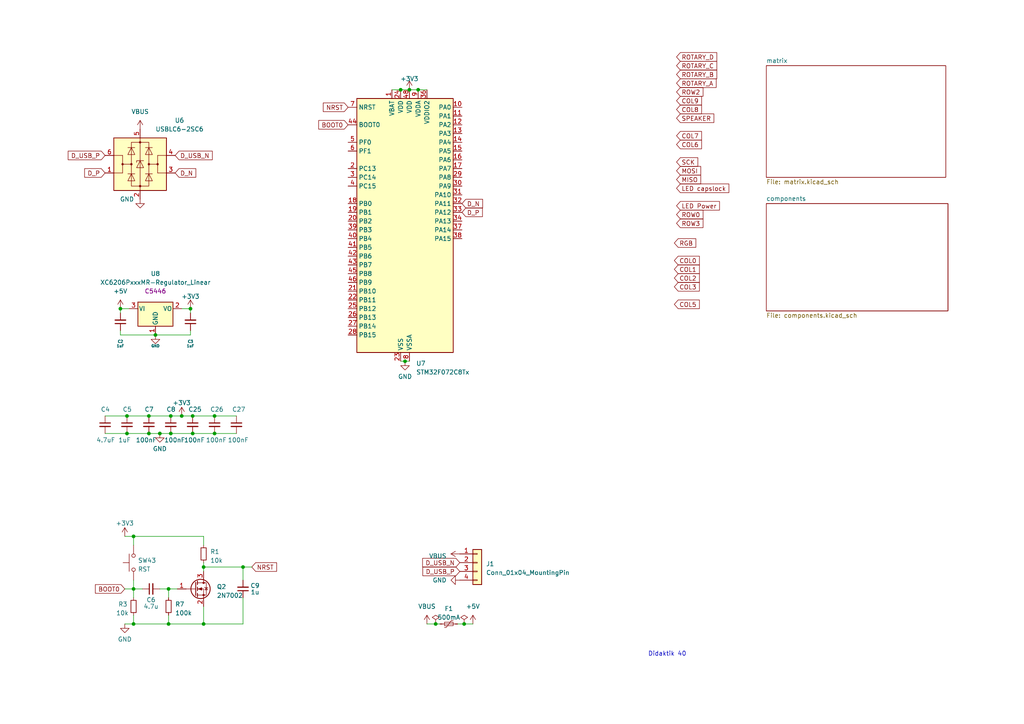
<source format=kicad_sch>
(kicad_sch (version 20230121) (generator eeschema)
  (paper "A4")
  (lib_symbols
    (symbol "Connector_Generic:Conn_01x04" (pin_names (offset 1.016) hide)
      (property "Reference" "J" (at 0 5.08 0))
      (property "Value" "Conn_01x04" (at 0 -7.62 0))
      (symbol "Conn_01x04_1_1"
        (rectangle (start -1.27 -4.953) (end 0 -5.207) (stroke (width 0.1524)))
        (rectangle (start -1.27 -2.413) (end 0 -2.667) (stroke (width 0.1524)))
        (rectangle (start -1.27 0.127) (end 0 -0.127) (stroke (width 0.1524)))
        (rectangle (start -1.27 2.667) (end 0 2.413) (stroke (width 0.1524)))
        (rectangle (start -1.27 3.81) (end 1.27 -6.35) (stroke (width 0.254)) (fill (type background)))
        (pin passive line (at -5.08 2.54 0) (length 3.81) (name "Pin_1") (number "1"))
        (pin passive line (at -5.08 0 0) (length 3.81) (name "Pin_2") (number "2"))
        (pin passive line (at -5.08 -2.54 0) (length 3.81) (name "Pin_3") (number "3"))
        (pin passive line (at -5.08 -5.08 0) (length 3.81) (name "Pin_4") (number "4"))
      )
    )
    (symbol "Device:C_Small" (pin_numbers hide) (pin_names (offset 0.254) hide)
      (property "Reference" "C" (at 0.254 1.778 0))
      (property "Value" "C_Small" (at 0.254 -2.032 0))
      (symbol "C_Small_0_1"
        (polyline (pts (xy -1.524 -0.508) (xy 1.524 -0.508)) (stroke (width 0.3302)))
        (polyline (pts (xy -1.524 0.508) (xy 1.524 0.508)) (stroke (width 0.3048)))
      )
      (symbol "C_Small_1_1"
        (pin passive line (at 0 2.54 270) (length 2.032) (name "~") (number "1"))
        (pin passive line (at 0 -2.54 90) (length 2.032) (name "~") (number "2"))
      )
    )
    (symbol "Device:Polyfuse_Small" (pin_numbers hide) (pin_names (offset 0))
      (property "Reference" "F" (at -1.905 0 90))
      (property "Value" "Polyfuse_Small" (at 1.905 0 90))
      (symbol "Polyfuse_Small_0_1"
        (rectangle (start -0.508 1.27) (end 0.508 -1.27))
        (polyline (pts (xy 0 2.54) (xy 0 -2.54)))
        (polyline (pts (xy -1.016 1.27) (xy -1.016 0.762) (xy 1.016 -0.762) (xy 1.016 -1.27)))
      )
      (symbol "Polyfuse_Small_1_1"
        (pin passive line (at 0 2.54 270) (length 0.635) (name "~") (number "1"))
        (pin passive line (at 0 -2.54 90) (length 0.635) (name "~") (number "2"))
      )
    )
    (symbol "Device:R_Small" (pin_numbers hide) (pin_names (offset 0.254) hide)
      (property "Reference" "R" (at 0.762 0.508 0))
      (property "Value" "R_Small" (at 0.762 -1.016 0))
      (symbol "R_Small_0_1"
        (rectangle (start -0.762 1.778) (end 0.762 -1.778) (stroke (width 0.2032)))
      )
      (symbol "R_Small_1_1"
        (pin passive line (at 0 2.54 270) (length 0.762) (name "~") (number "1"))
        (pin passive line (at 0 -2.54 90) (length 0.762) (name "~") (number "2"))
      )
    )
    (symbol "GND_1" (power) (pin_names (offset 0))
      (property "Value" "GND_1" (at 0 -3.81 0))
      (symbol "GND_1_0_1"
        (polyline (pts (xy 0 0) (xy 0 -1.27) (xy 1.27 -1.27) (xy 0 -2.54) (xy -1.27 -1.27) (xy 0 -1.27)))
      )
      (symbol "GND_1_1_1"
        (pin power_in line (at 0 0 270) (length 0) hide (name "GND") (number "1"))
      )
    )
    (symbol "GND_2" (power) (pin_names (offset 0))
      (property "Value" "GND_2" (at 0 -3.81 0))
      (symbol "GND_2_0_1"
        (polyline (pts (xy 0 0) (xy 0 -1.27) (xy 1.27 -1.27) (xy 0 -2.54) (xy -1.27 -1.27) (xy 0 -1.27)))
      )
      (symbol "GND_2_1_1"
        (pin power_in line (at 0 0 270) (length 0) hide (name "GND") (number "1"))
      )
    )
    (symbol "GND_3" (power) (pin_names (offset 0))
      (property "Value" "GND_3" (at 0 -3.81 0))
      (symbol "GND_3_0_1"
        (polyline (pts (xy 0 0) (xy 0 -1.27) (xy 1.27 -1.27) (xy 0 -2.54) (xy -1.27 -1.27) (xy 0 -1.27)))
      )
      (symbol "GND_3_1_1"
        (pin power_in line (at 0 0 270) (length 0) hide (name "GND") (number "1"))
      )
    )
    (symbol "MCU_ST_STM32F0:STM32F072C8Tx"
      (property "Reference" "U" (at -12.7 39.37 0))
      (property "Value" "STM32F072C8Tx" (at 10.16 39.37 0))
      (symbol "STM32F072C8Tx_0_1"
        (rectangle (start -12.7 -35.56) (end 15.24 38.1) (stroke (width 0.254)) (fill (type background)))
      )
      (symbol "STM32F072C8Tx_1_1"
        (pin power_in line (at -2.54 40.64 270) (length 2.54) (name "VBAT") (number "1"))
        (pin bidirectional line (at 17.78 35.56 180) (length 2.54) (name "PA0") (number "10"))
        (pin bidirectional line (at 17.78 33.02 180) (length 2.54) (name "PA1") (number "11"))
        (pin bidirectional line (at 17.78 30.48 180) (length 2.54) (name "PA2") (number "12"))
        (pin bidirectional line (at 17.78 27.94 180) (length 2.54) (name "PA3") (number "13"))
        (pin bidirectional line (at 17.78 25.4 180) (length 2.54) (name "PA4") (number "14"))
        (pin bidirectional line (at 17.78 22.86 180) (length 2.54) (name "PA5") (number "15"))
        (pin bidirectional line (at 17.78 20.32 180) (length 2.54) (name "PA6") (number "16"))
        (pin bidirectional line (at 17.78 17.78 180) (length 2.54) (name "PA7") (number "17"))
        (pin bidirectional line (at -15.24 7.62 0) (length 2.54) (name "PB0") (number "18"))
        (pin bidirectional line (at -15.24 5.08 0) (length 2.54) (name "PB1") (number "19"))
        (pin bidirectional line (at -15.24 17.78 0) (length 2.54) (name "PC13") (number "2"))
        (pin bidirectional line (at -15.24 2.54 0) (length 2.54) (name "PB2") (number "20"))
        (pin bidirectional line (at -15.24 -17.78 0) (length 2.54) (name "PB10") (number "21"))
        (pin bidirectional line (at -15.24 -20.32 0) (length 2.54) (name "PB11") (number "22"))
        (pin power_in line (at 0 -38.1 90) (length 2.54) (name "VSS") (number "23"))
        (pin power_in line (at 0 40.64 270) (length 2.54) (name "VDD") (number "24"))
        (pin bidirectional line (at -15.24 -22.86 0) (length 2.54) (name "PB12") (number "25"))
        (pin bidirectional line (at -15.24 -25.4 0) (length 2.54) (name "PB13") (number "26"))
        (pin bidirectional line (at -15.24 -27.94 0) (length 2.54) (name "PB14") (number "27"))
        (pin bidirectional line (at -15.24 -30.48 0) (length 2.54) (name "PB15") (number "28"))
        (pin bidirectional line (at 17.78 15.24 180) (length 2.54) (name "PA8") (number "29"))
        (pin bidirectional line (at -15.24 15.24 0) (length 2.54) (name "PC14") (number "3"))
        (pin bidirectional line (at 17.78 12.7 180) (length 2.54) (name "PA9") (number "30"))
        (pin bidirectional line (at 17.78 10.16 180) (length 2.54) (name "PA10") (number "31"))
        (pin bidirectional line (at 17.78 7.62 180) (length 2.54) (name "PA11") (number "32"))
        (pin bidirectional line (at 17.78 5.08 180) (length 2.54) (name "PA12") (number "33"))
        (pin bidirectional line (at 17.78 2.54 180) (length 2.54) (name "PA13") (number "34"))
        (pin passive line (at 0 -38.1 90) (length 2.54) hide (name "VSS") (number "35"))
        (pin power_in line (at 7.62 40.64 270) (length 2.54) (name "VDDIO2") (number "36"))
        (pin bidirectional line (at 17.78 0 180) (length 2.54) (name "PA14") (number "37"))
        (pin bidirectional line (at 17.78 -2.54 180) (length 2.54) (name "PA15") (number "38"))
        (pin bidirectional line (at -15.24 0 0) (length 2.54) (name "PB3") (number "39"))
        (pin bidirectional line (at -15.24 12.7 0) (length 2.54) (name "PC15") (number "4"))
        (pin bidirectional line (at -15.24 -2.54 0) (length 2.54) (name "PB4") (number "40"))
        (pin bidirectional line (at -15.24 -5.08 0) (length 2.54) (name "PB5") (number "41"))
        (pin bidirectional line (at -15.24 -7.62 0) (length 2.54) (name "PB6") (number "42"))
        (pin bidirectional line (at -15.24 -10.16 0) (length 2.54) (name "PB7") (number "43"))
        (pin input line (at -15.24 30.48 0) (length 2.54) (name "BOOT0") (number "44"))
        (pin bidirectional line (at -15.24 -12.7 0) (length 2.54) (name "PB8") (number "45"))
        (pin bidirectional line (at -15.24 -15.24 0) (length 2.54) (name "PB9") (number "46"))
        (pin passive line (at 0 -38.1 90) (length 2.54) hide (name "VSS") (number "47"))
        (pin power_in line (at 2.54 40.64 270) (length 2.54) (name "VDD") (number "48"))
        (pin bidirectional line (at -15.24 25.4 0) (length 2.54) (name "PF0") (number "5"))
        (pin bidirectional line (at -15.24 22.86 0) (length 2.54) (name "PF1") (number "6"))
        (pin input line (at -15.24 35.56 0) (length 2.54) (name "NRST") (number "7"))
        (pin power_in line (at 2.54 -38.1 90) (length 2.54) (name "VSSA") (number "8"))
        (pin power_in line (at 5.08 40.64 270) (length 2.54) (name "VDDA") (number "9"))
      )
    )
    (symbol "Power_Protection:USBLC6-2SC6" (pin_names hide)
      (property "Reference" "U" (at 2.54 8.89 0))
      (property "Value" "USBLC6-2SC6" (at 2.54 -8.89 0))
      (symbol "USBLC6-2SC6_0_1"
        (rectangle (start -7.62 -7.62) (end 7.62 7.62) (stroke (width 0.254)) (fill (type background)))
        (circle (center -5.08 0) (radius 0.254) (fill (type outline)))
        (circle (center -2.54 0) (radius 0.254) (fill (type outline)))
        (rectangle (start -2.54 6.35) (end 2.54 -6.35))
        (circle (center 0 -6.35) (radius 0.254) (fill (type outline)))
        (polyline (pts (xy -5.08 -2.54) (xy -7.62 -2.54)))
        (polyline (pts (xy -5.08 0) (xy -5.08 -2.54)))
        (polyline (pts (xy -5.08 2.54) (xy -7.62 2.54)))
        (polyline (pts (xy -1.524 -2.794) (xy -3.556 -2.794)))
        (polyline (pts (xy -1.524 4.826) (xy -3.556 4.826)))
        (polyline (pts (xy 0 -7.62) (xy 0 -6.35)))
        (polyline (pts (xy 0 -6.35) (xy 0 1.27)))
        (polyline (pts (xy 0 1.27) (xy 0 6.35)))
        (polyline (pts (xy 0 6.35) (xy 0 7.62)))
        (polyline (pts (xy 1.524 -2.794) (xy 3.556 -2.794)))
        (polyline (pts (xy 1.524 4.826) (xy 3.556 4.826)))
        (polyline (pts (xy 5.08 -2.54) (xy 7.62 -2.54)))
        (polyline (pts (xy 5.08 0) (xy 5.08 -2.54)))
        (polyline (pts (xy 5.08 2.54) (xy 7.62 2.54)))
        (polyline (pts (xy -2.54 0) (xy -5.08 0) (xy -5.08 2.54)))
        (polyline (pts (xy 2.54 0) (xy 5.08 0) (xy 5.08 2.54)))
        (polyline (pts (xy -3.556 -4.826) (xy -1.524 -4.826) (xy -2.54 -2.794) (xy -3.556 -4.826)))
        (polyline (pts (xy -3.556 2.794) (xy -1.524 2.794) (xy -2.54 4.826) (xy -3.556 2.794)))
        (polyline (pts (xy -1.016 -1.016) (xy 1.016 -1.016) (xy 0 1.016) (xy -1.016 -1.016)))
        (polyline (pts (xy 1.016 1.016) (xy 0.762 1.016) (xy -1.016 1.016) (xy -1.016 0.508)))
        (polyline (pts (xy 3.556 -4.826) (xy 1.524 -4.826) (xy 2.54 -2.794) (xy 3.556 -4.826)))
        (polyline (pts (xy 3.556 2.794) (xy 1.524 2.794) (xy 2.54 4.826) (xy 3.556 2.794)))
        (circle (center 0 6.35) (radius 0.254) (fill (type outline)))
        (circle (center 2.54 0) (radius 0.254) (fill (type outline)))
        (circle (center 5.08 0) (radius 0.254) (fill (type outline)))
      )
      (symbol "USBLC6-2SC6_1_1"
        (pin passive line (at -10.16 -2.54 0) (length 2.54) (name "I/O1") (number "1"))
        (pin passive line (at 0 -10.16 90) (length 2.54) (name "GND") (number "2"))
        (pin passive line (at 10.16 -2.54 180) (length 2.54) (name "I/O2") (number "3"))
        (pin passive line (at 10.16 2.54 180) (length 2.54) (name "I/O2") (number "4"))
        (pin passive line (at 0 10.16 270) (length 2.54) (name "VBUS") (number "5"))
        (pin passive line (at -10.16 2.54 0) (length 2.54) (name "I/O1") (number "6"))
      )
    )
    (symbol "Switch:SW_Push" (pin_numbers hide) (pin_names (offset 1.016) hide)
      (property "Reference" "SW" (at 1.27 2.54 0))
      (property "Value" "SW_Push" (at 0 -1.524 0))
      (symbol "SW_Push_0_1"
        (circle (center -2.032 0) (radius 0.508))
        (polyline (pts (xy 0 1.27) (xy 0 3.048)))
        (polyline (pts (xy 2.54 1.27) (xy -2.54 1.27)))
        (circle (center 2.032 0) (radius 0.508))
        (pin passive line (at -5.08 0 0) (length 2.54) (name "1") (number "1"))
        (pin passive line (at 5.08 0 180) (length 2.54) (name "2") (number "2"))
      )
    )
    (symbol "Transistor_FET:2N7002" (pin_names hide)
      (property "Reference" "Q" (at 5.08 1.905 0))
      (property "Value" "2N7002" (at 5.08 0 0))
      (symbol "2N7002_0_1"
        (polyline (pts (xy 0.254 0) (xy -2.54 0)))
        (polyline (pts (xy 0.254 1.905) (xy 0.254 -1.905)) (stroke (width 0.254)))
        (polyline (pts (xy 0.762 -1.27) (xy 0.762 -2.286)) (stroke (width 0.254)))
        (polyline (pts (xy 0.762 0.508) (xy 0.762 -0.508)) (stroke (width 0.254)))
        (polyline (pts (xy 0.762 2.286) (xy 0.762 1.27)) (stroke (width 0.254)))
        (polyline (pts (xy 2.54 2.54) (xy 2.54 1.778)))
        (polyline (pts (xy 2.54 -2.54) (xy 2.54 0) (xy 0.762 0)))
        (polyline (pts (xy 0.762 -1.778) (xy 3.302 -1.778) (xy 3.302 1.778) (xy 0.762 1.778)))
        (polyline (pts (xy 1.016 0) (xy 2.032 0.381) (xy 2.032 -0.381) (xy 1.016 0)) (fill (type outline)))
        (polyline (pts (xy 2.794 0.508) (xy 2.921 0.381) (xy 3.683 0.381) (xy 3.81 0.254)))
        (polyline (pts (xy 3.302 0.381) (xy 2.921 -0.254) (xy 3.683 -0.254) (xy 3.302 0.381)))
        (circle (center 1.651 0) (radius 2.794) (stroke (width 0.254)))
        (circle (center 2.54 -1.778) (radius 0.254) (fill (type outline)))
        (circle (center 2.54 1.778) (radius 0.254) (fill (type outline)))
      )
      (symbol "2N7002_1_1"
        (pin input line (at -5.08 0 0) (length 2.54) (name "G") (number "1"))
        (pin passive line (at 2.54 -5.08 90) (length 2.54) (name "S") (number "2"))
        (pin passive line (at 2.54 5.08 270) (length 2.54) (name "D") (number "3"))
      )
    )
    (symbol "kicad-keyboard-parts:XC6206PxxxMR-Regulator_Linear" (pin_names (offset 0.254))
      (property "Reference" "U" (at -3.81 3.175 0))
      (property "Value" "XC6206PxxxMR-Regulator_Linear" (at 0 3.175 0))
      (property "LCSC" "C5446" (at 0 0 0))
      (symbol "XC6206PxxxMR-Regulator_Linear_0_1"
        (rectangle (start -5.08 1.905) (end 5.08 -5.08) (stroke (width 0.254)) (fill (type background)))
      )
      (symbol "XC6206PxxxMR-Regulator_Linear_1_1"
        (pin power_in line (at 0 -7.62 90) (length 2.54) (name "GND") (number "1"))
        (pin power_out line (at 7.62 0 180) (length 2.54) (name "VO") (number "2"))
        (pin power_in line (at -7.62 0 0) (length 2.54) (name "VI") (number "3"))
      )
    )
    (symbol "power:+3.3V" (power) (pin_names (offset 0))
      (property "Value" "+3.3V" (at 0 3.556 0))
      (symbol "+3.3V_0_1"
        (polyline (pts (xy -0.762 1.27) (xy 0 2.54)))
        (polyline (pts (xy 0 0) (xy 0 2.54)))
        (polyline (pts (xy 0 2.54) (xy 0.762 1.27)))
      )
      (symbol "+3.3V_1_1"
        (pin power_in line (at 0 0 90) (length 0) hide (name "+3V3") (number "1"))
      )
    )
    (symbol "power:+3V3" (power) (pin_names (offset 0))
      (property "Value" "+3V3" (at 0 3.556 0))
      (symbol "+3V3_0_1"
        (polyline (pts (xy -0.762 1.27) (xy 0 2.54)))
        (polyline (pts (xy 0 0) (xy 0 2.54)))
        (polyline (pts (xy 0 2.54) (xy 0.762 1.27)))
      )
      (symbol "+3V3_1_1"
        (pin power_in line (at 0 0 90) (length 0) hide (name "+3V3") (number "1"))
      )
    )
    (symbol "power:+5V" (power) (pin_names (offset 0))
      (property "Value" "+5V" (at 0 3.556 0))
      (symbol "+5V_0_1"
        (polyline (pts (xy -0.762 1.27) (xy 0 2.54)))
        (polyline (pts (xy 0 0) (xy 0 2.54)))
        (polyline (pts (xy 0 2.54) (xy 0.762 1.27)))
      )
      (symbol "+5V_1_1"
        (pin power_in line (at 0 0 90) (length 0) hide (name "+5V") (number "1"))
      )
    )
    (symbol "power:GND" (power) (pin_names (offset 0))
      (property "Value" "GND" (at 0 -3.81 0))
      (symbol "GND_0_1"
        (polyline (pts (xy 0 0) (xy 0 -1.27) (xy 1.27 -1.27) (xy 0 -2.54) (xy -1.27 -1.27) (xy 0 -1.27)))
      )
      (symbol "GND_1_1"
        (pin power_in line (at 0 0 270) (length 0) hide (name "GND") (number "1"))
      )
    )
    (symbol "power:PWR_FLAG" (power) (pin_numbers hide) (pin_names (offset 0) hide)
      (property "Value" "PWR_FLAG" (at 0 3.81 0))
      (symbol "PWR_FLAG_0_0"
        (pin power_out line (at 0 0 90) (length 0) (name "pwr") (number "1"))
      )
      (symbol "PWR_FLAG_0_1"
        (polyline (pts (xy 0 0) (xy 0 1.27) (xy -1.016 1.905) (xy 0 2.54) (xy 1.016 1.905) (xy 0 1.27)))
      )
    )
    (symbol "power:VBUS" (power) (pin_names (offset 0))
      (property "Value" "VBUS" (at 0 3.81 0))
      (symbol "VBUS_0_1"
        (polyline (pts (xy -0.762 1.27) (xy 0 2.54)))
        (polyline (pts (xy 0 0) (xy 0 2.54)))
        (polyline (pts (xy 0 2.54) (xy 0.762 1.27)))
      )
      (symbol "VBUS_1_1"
        (pin power_in line (at 0 0 90) (length 0) hide (name "VBUS") (number "1"))
      )
    )
  )
  (junction (at 134.62 180.975))
  (junction (at 49.53 120.65))
  (junction (at 48.895 170.815))
  (junction (at 36.83 125.73))
  (junction (at 48.895 180.975))
  (junction (at 59.055 164.465))
  (junction (at 116.205 26.035))
  (junction (at 126.365 180.975))
  (junction (at 49.53 125.73))
  (junction (at 59.055 180.975))
  (junction (at 52.705 120.65))
  (junction (at 34.925 89.535) (diameter 0.9144))
  (junction (at 117.475 104.775))
  (junction (at 118.745 26.035))
  (junction (at 62.23 120.65))
  (junction (at 38.735 180.975))
  (junction (at 38.735 170.815))
  (junction (at 46.355 125.73))
  (junction (at 121.285 26.035))
  (junction (at 43.18 125.73))
  (junction (at 45.085 97.155) (diameter 0.9144))
  (junction (at 62.23 125.73))
  (junction (at 43.18 120.65))
  (junction (at 70.485 164.465))
  (junction (at 55.245 89.535) (diameter 0.9144))
  (junction (at 55.88 125.73))
  (junction (at 38.735 155.575))
  (junction (at 55.88 120.65))
  (junction (at 36.83 120.65))
  (wire (pts (xy 62.23 125.73) (xy 68.58 125.73)))
  (wire (pts (xy 43.18 120.65) (xy 49.53 120.65)))
  (wire (pts (xy 38.735 178.435) (xy 38.735 180.975)))
  (wire (pts (xy 43.18 125.73) (xy 46.355 125.73)))
  (wire (pts (xy 38.735 180.975) (xy 48.895 180.975)))
  (wire (pts (xy 52.705 89.535) (xy 55.245 89.535)))
  (wire (pts (xy 117.475 104.775) (xy 118.745 104.775)))
  (wire (pts (xy 70.485 164.465) (xy 73.025 164.465)))
  (wire (pts (xy 59.055 155.575) (xy 59.055 158.115)))
  (wire (pts (xy 70.485 173.355) (xy 70.485 180.975)))
  (wire (pts (xy 36.83 125.73) (xy 43.18 125.73)))
  (wire (pts (xy 116.205 104.775) (xy 117.475 104.775)))
  (wire (pts (xy 36.195 170.815) (xy 38.735 170.815)))
  (wire (pts (xy 36.195 155.575) (xy 38.735 155.575)))
  (wire (pts (xy 52.705 120.65) (xy 55.88 120.65)))
  (wire (pts (xy 134.62 180.975) (xy 137.16 180.975)))
  (wire (pts (xy 48.895 170.815) (xy 48.895 173.355)))
  (wire (pts (xy 38.735 168.275) (xy 38.735 170.815)))
  (wire (pts (xy 70.485 164.465) (xy 70.485 168.275)))
  (wire (pts (xy 113.665 26.035) (xy 116.205 26.035)))
  (wire (pts (xy 62.23 120.65) (xy 68.58 120.65)))
  (wire (pts (xy 118.745 26.035) (xy 121.285 26.035)))
  (wire (pts (xy 34.925 89.535) (xy 34.925 90.805)))
  (wire (pts (xy 59.055 180.975) (xy 70.485 180.975)))
  (wire (pts (xy 59.055 164.465) (xy 70.485 164.465)))
  (wire (pts (xy 123.825 180.975) (xy 126.365 180.975)))
  (wire (pts (xy 126.365 180.975) (xy 127.635 180.975)))
  (wire (pts (xy 38.735 170.815) (xy 38.735 173.355)))
  (wire (pts (xy 121.285 26.035) (xy 123.825 26.035)))
  (wire (pts (xy 55.245 89.535) (xy 55.245 90.805)))
  (wire (pts (xy 38.735 155.575) (xy 59.055 155.575)))
  (wire (pts (xy 59.055 163.195) (xy 59.055 164.465)))
  (wire (pts (xy 38.735 155.575) (xy 38.735 158.115)))
  (wire (pts (xy 46.355 125.73) (xy 49.53 125.73)))
  (wire (pts (xy 49.53 125.73) (xy 55.88 125.73)))
  (wire (pts (xy 36.83 120.65) (xy 43.18 120.65)))
  (wire (pts (xy 45.085 97.155) (xy 34.925 97.155)))
  (wire (pts (xy 132.715 180.975) (xy 134.62 180.975)))
  (wire (pts (xy 55.88 125.73) (xy 62.23 125.73)))
  (wire (pts (xy 55.88 120.65) (xy 62.23 120.65)))
  (wire (pts (xy 38.735 170.815) (xy 41.275 170.815)))
  (wire (pts (xy 30.48 125.73) (xy 36.83 125.73)))
  (wire (pts (xy 55.245 95.885) (xy 55.245 97.155)))
  (wire (pts (xy 59.055 164.465) (xy 59.055 165.735)))
  (wire (pts (xy 45.085 97.155) (xy 55.245 97.155)))
  (wire (pts (xy 49.53 120.65) (xy 52.705 120.65)))
  (wire (pts (xy 36.195 180.975) (xy 38.735 180.975)))
  (wire (pts (xy 34.925 89.535) (xy 37.465 89.535)))
  (wire (pts (xy 48.895 180.975) (xy 59.055 180.975)))
  (wire (pts (xy 46.355 170.815) (xy 48.895 170.815)))
  (wire (pts (xy 30.48 120.65) (xy 36.83 120.65)))
  (wire (pts (xy 34.925 95.885) (xy 34.925 97.155)))
  (wire (pts (xy 116.205 26.035) (xy 118.745 26.035)))
  (wire (pts (xy 59.055 175.895) (xy 59.055 180.975)))
  (wire (pts (xy 48.895 178.435) (xy 48.895 180.975)))
  (wire (pts (xy 48.895 170.815) (xy 51.435 170.815)))
  (text "Didaktik 40" (at 187.96 190.5 0) (effects (font (size 1.27 1.27)) (justify left bottom)))
  (global_label "BOOT0" (shape input) (at 100.965 36.195 180) (property "Intersheetrefs" "${INTERSHEET_REFS}" (effects hide)))
  (global_label "COL8" (shape input) (at 196.215 31.75 0) (property "Intersheetrefs" "${INTERSHEET_REFS}" (effects hide)))
  (global_label "D_USB_N" (shape input) (at 133.35 163.195 180) (property "Intersheetrefs" "${INTERSHEET_REFS}" (effects hide)))
  (global_label "SPEAKER" (shape input) (at 196.215 34.29 0) (property "Intersheetrefs" "${INTERSHEET_REFS}" (effects hide)))
  (global_label "LED capslock" (shape input) (at 196.215 54.61 0) (property "Intersheetrefs" "${INTERSHEET_REFS}" (effects hide)))
  (global_label "NRST" (shape input) (at 73.025 164.465 0) (property "Intersheetrefs" "${INTERSHEET_REFS}" (effects hide)))
  (global_label "ROW0" (shape input) (at 196.215 62.23 0) (property "Intersheetrefs" "${INTERSHEET_REFS}" (effects hide)))
  (global_label "D_USB_N" (shape input) (at 50.8 45.085 0) (property "Intersheetrefs" "${INTERSHEET_REFS}" (effects hide)))
  (global_label "COL1" (shape input) (at 195.58 78.105 0) (property "Intersheetrefs" "${INTERSHEET_REFS}" (effects hide)))
  (global_label "D_P" (shape input) (at 30.48 50.165 180) (property "Intersheetrefs" "${INTERSHEET_REFS}" (effects hide)))
  (global_label "COL3" (shape input) (at 195.58 83.185 0) (property "Intersheetrefs" "${INTERSHEET_REFS}" (effects hide)))
  (global_label "BOOT0" (shape input) (at 36.195 170.815 180) (property "Intersheetrefs" "${INTERSHEET_REFS}" (effects hide)))
  (global_label "COL6" (shape input) (at 196.215 41.91 0) (property "Intersheetrefs" "${INTERSHEET_REFS}" (effects hide)))
  (global_label "NRST" (shape input) (at 100.965 31.115 180) (property "Intersheetrefs" "${INTERSHEET_REFS}" (effects hide)))
  (global_label "ROTARY_A" (shape input) (at 196.215 24.13 0) (property "Intersheetrefs" "${INTERSHEET_REFS}" (effects hide)))
  (global_label "ROTARY_B" (shape input) (at 196.215 21.59 0) (property "Intersheetrefs" "${INTERSHEET_REFS}" (effects hide)))
  (global_label "LED Power" (shape input) (at 196.215 59.69 0) (property "Intersheetrefs" "${INTERSHEET_REFS}" (effects hide)))
  (global_label "COL5" (shape input) (at 195.58 88.265 0) (property "Intersheetrefs" "${INTERSHEET_REFS}" (effects hide)))
  (global_label "COL0" (shape input) (at 195.58 75.565 0) (property "Intersheetrefs" "${INTERSHEET_REFS}" (effects hide)))
  (global_label "RGB" (shape input) (at 195.58 70.485 0) (property "Intersheetrefs" "${INTERSHEET_REFS}" (effects hide)))
  (global_label "D_USB_P" (shape input) (at 30.48 45.085 180) (property "Intersheetrefs" "${INTERSHEET_REFS}" (effects hide)))
  (global_label "MOSI" (shape input) (at 196.215 49.53 0) (property "Intersheetrefs" "${INTERSHEET_REFS}" (effects hide)))
  (global_label "COL9" (shape input) (at 196.215 29.21 0) (property "Intersheetrefs" "${INTERSHEET_REFS}" (effects hide)))
  (global_label "MISO" (shape input) (at 196.215 52.07 0) (property "Intersheetrefs" "${INTERSHEET_REFS}" (effects hide)))
  (global_label "D_P" (shape input) (at 133.985 61.595 0) (property "Intersheetrefs" "${INTERSHEET_REFS}" (effects hide)))
  (global_label "ROW2" (shape input) (at 196.215 26.67 0) (property "Intersheetrefs" "${INTERSHEET_REFS}" (effects hide)))
  (global_label "D_N" (shape input) (at 50.8 50.165 0) (property "Intersheetrefs" "${INTERSHEET_REFS}" (effects hide)))
  (global_label "ROTARY_C" (shape input) (at 196.215 19.05 0) (property "Intersheetrefs" "${INTERSHEET_REFS}" (effects hide)))
  (global_label "SCK" (shape input) (at 196.215 46.99 0) (property "Intersheetrefs" "${INTERSHEET_REFS}" (effects hide)))
  (global_label "D_USB_P" (shape input) (at 133.35 165.735 180) (property "Intersheetrefs" "${INTERSHEET_REFS}" (effects hide)))
  (global_label "COL7" (shape input) (at 196.215 39.37 0) (property "Intersheetrefs" "${INTERSHEET_REFS}" (effects hide)))
  (global_label "D_N" (shape input) (at 133.985 59.055 0) (property "Intersheetrefs" "${INTERSHEET_REFS}" (effects hide)))
  (global_label "ROTARY_D" (shape input) (at 196.215 16.51 0) (property "Intersheetrefs" "${INTERSHEET_REFS}" (effects hide)))
  (global_label "COL2" (shape input) (at 195.58 80.645 0) (property "Intersheetrefs" "${INTERSHEET_REFS}" (effects hide)))
  (global_label "ROW3" (shape input) (at 196.215 64.77 0) (property "Intersheetrefs" "${INTERSHEET_REFS}" (effects hide)))
  (symbol (lib_name "GND_1") (lib_id "power:GND") (at 46.355 125.73 0) (unit 1)
    (property "Reference" "#PWR047" (effects hide))
    (property "Value" "GND" (at 46.355 130.175 0))
  )
  (symbol (lib_id "Power_Protection:USBLC6-2SC6") (at 40.64 47.625 0) (unit 1)
    (property "Reference" "U6" (at 52.07 34.925 0))
    (property "Value" "USBLC6-2SC6" (at 52.07 37.465 0))
    (property "Footprint" "Package_TO_SOT_SMD:SOT-23-6" (effects hide))
    (property "Datasheet" "https://www.st.com/resource/en/datasheet/usblc6-2.pdf" (effects hide))
    (property "LCSC" "C2827654" (effects hide))
  )
  (symbol (lib_id "power:+5V") (at 137.16 180.975 0) (unit 1)
    (property "Reference" "#PWR035" (effects hide))
    (property "Value" "+5V" (at 137.16 175.895 0))
  )
  (symbol (lib_id "power:GND") (at 133.35 168.275 270) (unit 1)
    (property "Reference" "#PWR0118" (effects hide))
    (property "Value" "GND" (at 129.54 168.2749 90) (effects (justify right)))
  )
  (symbol (lib_id "Device:R_Small") (at 59.055 160.655 0) (unit 1)
    (property "Reference" "R1" (at 60.96 160.02 0) (effects (justify left)))
    (property "Value" "10k" (at 60.96 162.56 0) (effects (justify left)))
    (property "Footprint" "Resistor_SMD:R_0603_1608Metric" (effects hide))
  )
  (symbol (lib_name "GND_3") (lib_id "power:GND") (at 36.195 180.975 0) (unit 1)
    (property "Reference" "#PWR02" (effects hide))
    (property "Value" "GND" (at 36.195 185.42 0))
  )
  (symbol (lib_id "Device:C_Small") (at 36.83 123.19 0) (unit 1)
    (property "Reference" "C5" (at 35.56 118.745 0) (effects (justify left)))
    (property "Value" "1uF" (at 34.29 127.635 0) (effects (justify left)))
    (property "Footprint" "Capacitor_SMD:C_0603_1608Metric" (effects hide))
  )
  (symbol (lib_id "power:GND") (at 40.64 57.785 0) (unit 1)
    (property "Reference" "#PWR042" (effects hide))
    (property "Value" "GND" (at 36.83 57.785 0))
  )
  (symbol (lib_id "Device:R_Small") (at 48.895 175.895 0) (unit 1)
    (property "Reference" "R7" (at 50.8 175.26 0) (effects (justify left)))
    (property "Value" "100k" (at 50.8 177.8 0) (effects (justify left)))
    (property "Footprint" "Resistor_SMD:R_0603_1608Metric" (effects hide))
  )
  (symbol (lib_id "Device:C_Small") (at 43.815 170.815 90) (unit 1)
    (property "Reference" "C6" (at 43.815 173.99 90))
    (property "Value" "4.7u" (at 43.815 175.895 90))
    (property "Footprint" "Capacitor_SMD:C_0603_1608Metric" (effects hide))
  )
  (symbol (lib_id "Device:R_Small") (at 38.735 175.895 0) (unit 1)
    (property "Reference" "R3" (at 34.29 175.26 0) (effects (justify left)))
    (property "Value" "10k" (at 33.655 177.8 0) (effects (justify left)))
    (property "Footprint" "Resistor_SMD:R_0603_1608Metric" (effects hide))
  )
  (symbol (lib_name "GND_2") (lib_id "power:GND") (at 117.475 104.775 0) (unit 1)
    (property "Reference" "#PWR048" (effects hide))
    (property "Value" "GND" (at 117.475 109.22 0))
  )
  (symbol (lib_id "Switch:SW_Push") (at 38.735 163.195 90) (unit 1)
    (property "Reference" "SW43" (at 40.005 162.56 90) (effects (justify right)))
    (property "Value" "RST" (at 40.005 165.1 90) (effects (justify right)))
    (property "Footprint" "Button_Switch_SMD:SW_SPST_SKQG_WithoutStem" (effects hide))
  )
  (symbol (lib_id "Device:C_Small") (at 55.88 123.19 0) (unit 1)
    (property "Reference" "C25" (at 54.61 118.745 0) (effects (justify left)))
    (property "Value" "100nF" (at 53.34 127.635 0) (effects (justify left)))
    (property "Footprint" "Capacitor_SMD:C_0603_1608Metric" (effects hide))
  )
  (symbol (lib_id "Device:C_Small") (at 34.925 93.345 180) (unit 1)
    (property "Reference" "C2" (at 34.925 99.06 0) (effects (font (size 0.762 0.762))))
    (property "Value" "1uF" (at 34.925 100.33 0) (effects (font (size 0.762 0.762))))
    (property "Footprint" "Capacitor_SMD:C_0603_1608Metric" (effects hide))
    (property "LCSC" "C52923" (effects hide))
  )
  (symbol (lib_id "power:PWR_FLAG") (at 134.62 180.975 0) (unit 1)
    (property "Reference" "#FLG02" (effects hide))
    (property "Value" "PWR_FLAG" (effects hide))
  )
  (symbol (lib_id "Device:C_Small") (at 30.48 123.19 0) (unit 1)
    (property "Reference" "C4" (at 29.21 118.745 0) (effects (justify left)))
    (property "Value" "4.7uF" (at 27.94 127.635 0) (effects (justify left)))
    (property "Footprint" "Capacitor_SMD:C_0603_1608Metric" (effects hide))
  )
  (symbol (lib_id "MCU_ST_STM32F0:STM32F072C8Tx") (at 116.205 66.675 0) (unit 1)
    (property "Reference" "U7" (at 120.7009 105.41 0) (effects (justify left)))
    (property "Value" "STM32F072C8Tx" (at 120.7009 107.95 0) (effects (justify left)))
    (property "Footprint" "Package_QFP:LQFP-48_7x7mm_P0.5mm" (effects hide))
    (property "Datasheet" "https://www.st.com/resource/en/datasheet/stm32f072c8.pdf" (effects hide))
  )
  (symbol (lib_id "Device:C_Small") (at 55.245 93.345 180) (unit 1)
    (property "Reference" "C3" (at 55.245 99.06 0) (effects (font (size 0.762 0.762))))
    (property "Value" "1uF" (at 55.245 100.33 0) (effects (font (size 0.762 0.762))))
    (property "Footprint" "Capacitor_SMD:C_0603_1608Metric" (effects hide))
    (property "LCSC" "C52923" (effects hide))
  )
  (symbol (lib_id "power:+3.3V") (at 55.245 89.535 0) (unit 1)
    (property "Reference" "#PWR044" (effects hide))
    (property "Value" "+3.3V" (at 55.245 85.9876 0))
  )
  (symbol (lib_id "Connector_Generic:Conn_01x04") (at 138.43 163.195 0) (unit 1)
    (property "Reference" "J1" (at 140.97 163.5505 0) (effects (justify left)))
    (property "Value" "Conn_01x04_MountingPin" (at 140.97 166.0905 0) (effects (justify left)))
    (property "Footprint" "random-keyboard-parts:JST-SR-4" (effects hide))
  )
  (symbol (lib_id "Device:C_Small") (at 43.18 123.19 0) (unit 1)
    (property "Reference" "C7" (at 41.91 118.745 0) (effects (justify left)))
    (property "Value" "100nF" (at 39.37 127.635 0) (effects (justify left)))
    (property "Footprint" "Capacitor_SMD:C_0603_1608Metric" (effects hide))
  )
  (symbol (lib_id "power:+5V") (at 34.925 89.535 0) (unit 1)
    (property "Reference" "#PWR043" (effects hide))
    (property "Value" "+5V" (at 34.925 84.455 0))
  )
  (symbol (lib_id "power:PWR_FLAG") (at 126.365 180.975 0) (unit 1)
    (property "Reference" "#FLG01" (effects hide))
    (property "Value" "PWR_FLAG" (effects hide))
  )
  (symbol (lib_id "Device:C_Small") (at 70.485 170.815 180) (unit 1)
    (property "Reference" "C9" (at 73.9775 169.8625 0))
    (property "Value" "1u" (at 73.9775 171.7675 0))
    (property "Footprint" "Capacitor_SMD:C_0603_1608Metric" (effects hide))
  )
  (symbol (lib_id "power:VBUS") (at 133.35 160.655 90) (unit 1)
    (property "Reference" "#PWR036" (effects hide))
    (property "Value" "VBUS" (at 129.54 161.29 90) (effects (justify left)))
  )
  (symbol (lib_id "kicad-keyboard-parts:XC6206PxxxMR-Regulator_Linear") (at 45.085 89.535 0) (unit 1)
    (property "Reference" "U8" (at 45.085 79.375 0))
    (property "Value" "XC6206PxxxMR-Regulator_Linear" (at 45.085 81.915 0))
    (property "Footprint" "Package_TO_SOT_SMD:SOT-23" (effects hide))
    (property "Datasheet" "https://www.torexsemi.com/file/xc6206/XC6206.pdf" (effects hide))
    (property "LCSC" "C5446" (at 45.085 84.455 0))
  )
  (symbol (lib_id "power:GND") (at 45.085 97.155 0) (unit 1)
    (property "Reference" "#PWR045" (effects hide))
    (property "Value" "GND" (at 45.085 100.33 0) (effects (font (size 0.762 0.762))))
  )
  (symbol (lib_id "power:VBUS") (at 123.825 180.975 0) (unit 1)
    (property "Reference" "#PWR034" (effects hide))
    (property "Value" "VBUS" (at 123.825 175.895 0))
  )
  (symbol (lib_id "Device:C_Small") (at 68.58 123.19 0) (unit 1)
    (property "Reference" "C27" (at 67.31 118.745 0) (effects (justify left)))
    (property "Value" "100nF" (at 66.04 127.635 0) (effects (justify left)))
    (property "Footprint" "Capacitor_SMD:C_0603_1608Metric" (effects hide))
  )
  (symbol (lib_id "Device:C_Small") (at 49.53 123.19 0) (unit 1)
    (property "Reference" "C8" (at 48.26 118.745 0) (effects (justify left)))
    (property "Value" "100nF" (at 47.625 127.635 0) (effects (justify left)))
    (property "Footprint" "Capacitor_SMD:C_0603_1608Metric" (effects hide))
  )
  (symbol (lib_id "power:+3V3") (at 52.705 120.65 0) (unit 1)
    (property "Reference" "#PWR046" (effects hide))
    (property "Value" "+3V3" (at 52.705 116.84 0))
  )
  (symbol (lib_id "Device:C_Small") (at 62.23 123.19 0) (unit 1)
    (property "Reference" "C26" (at 60.96 118.745 0) (effects (justify left)))
    (property "Value" "100nF" (at 59.69 127.635 0) (effects (justify left)))
    (property "Footprint" "Capacitor_SMD:C_0603_1608Metric" (effects hide))
  )
  (symbol (lib_id "power:+3V3") (at 118.745 26.035 0) (unit 1)
    (property "Reference" "#PWR030" (effects hide))
    (property "Value" "+3V3" (at 118.745 22.86 0))
  )
  (symbol (lib_id "Device:Polyfuse_Small") (at 130.175 180.975 90) (unit 1)
    (property "Reference" "F1" (at 130.175 176.53 90))
    (property "Value" "500mA" (at 130.175 179.07 90))
    (property "Footprint" "Fuse:Fuse_1206_3216Metric" (effects hide))
  )
  (symbol (lib_id "Transistor_FET:2N7002") (at 56.515 170.815 0) (unit 1)
    (property "Reference" "Q2" (at 62.865 170.18 0) (effects (justify left)))
    (property "Value" "2N7002" (at 62.865 172.72 0) (effects (justify left)))
    (property "Footprint" "Package_TO_SOT_SMD:SOT-23" (effects hide))
    (property "Datasheet" "https://www.onsemi.com/pub/Collateral/NDS7002A-D.PDF" (effects hide))
  )
  (symbol (lib_id "power:+3V3") (at 36.195 155.575 0) (unit 1)
    (property "Reference" "#PWR01" (effects hide))
    (property "Value" "+3V3" (at 36.195 151.765 0))
  )
  (symbol (lib_id "power:VBUS") (at 40.64 37.465 0) (unit 1)
    (property "Reference" "#PWR041" (effects hide))
    (property "Value" "VBUS" (at 40.64 32.385 0))
  )
  (sheet (at 222.25 59.055) (size 52.705 31.115) (stroke (width 0.1524))
    (property "Sheetname" "components" (at 222.25 58.3434 0) (effects (justify left bottom)))
    (property "Sheetfile" "components.kicad_sch" (at 222.25 90.7546 0) (effects (justify left top)))
  )
  (sheet (at 222.25 19.05) (size 52.07 32.385) (stroke (width 0.1524))
    (property "Sheetname" "matrix" (at 222.25 18.3384 0) (effects (justify left bottom)))
    (property "Sheetfile" "matrix.kicad_sch" (at 222.25 52.0196 0) (effects (justify left top)))
  )
)
</source>
